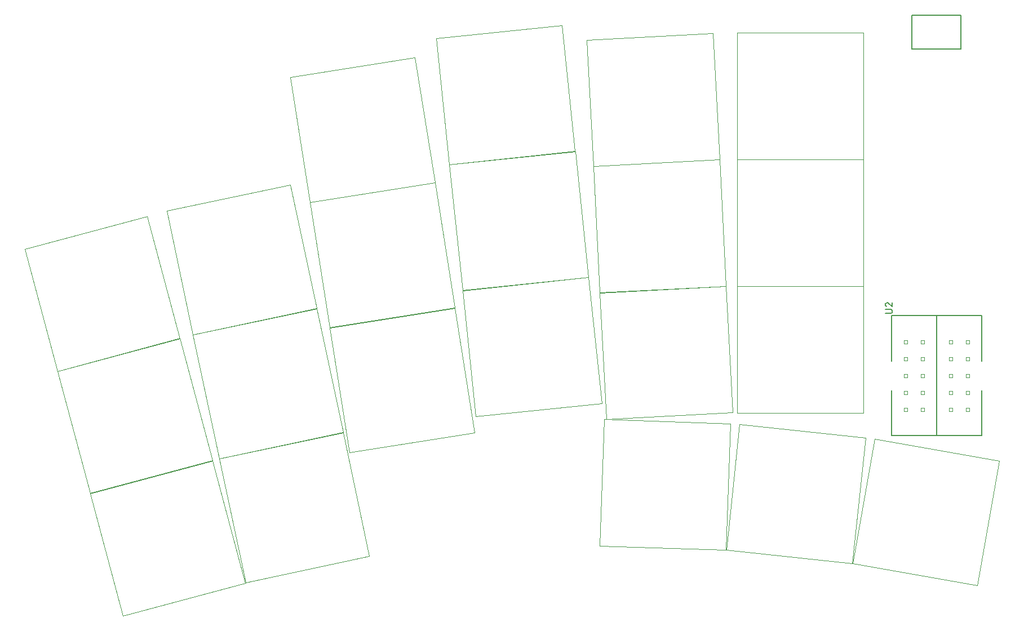
<source format=gbr>
%TF.GenerationSoftware,KiCad,Pcbnew,(6.0.0)*%
%TF.CreationDate,2022-02-05T20:00:46+07:00*%
%TF.ProjectId,kibod-01-mirrored-rev2,6b69626f-642d-4303-912d-6d6972726f72,rev?*%
%TF.SameCoordinates,Original*%
%TF.FileFunction,OtherDrawing,Comment*%
%FSLAX46Y46*%
G04 Gerber Fmt 4.6, Leading zero omitted, Abs format (unit mm)*
G04 Created by KiCad (PCBNEW (6.0.0)) date 2022-02-05 20:00:46*
%MOMM*%
%LPD*%
G01*
G04 APERTURE LIST*
%ADD10C,0.150000*%
%ADD11C,0.120000*%
%ADD12C,0.066040*%
%ADD13C,0.203200*%
%ADD14C,0.200000*%
G04 APERTURE END LIST*
D10*
%TO.C,U2*%
X142066631Y-63445206D02*
X142876155Y-63445206D01*
X142971393Y-63397587D01*
X143019012Y-63349968D01*
X143066631Y-63254730D01*
X143066631Y-63064254D01*
X143019012Y-62969016D01*
X142971393Y-62921397D01*
X142876155Y-62873778D01*
X142066631Y-62873778D01*
X142161870Y-62445206D02*
X142114251Y-62397587D01*
X142066631Y-62302349D01*
X142066631Y-62064254D01*
X142114251Y-61969016D01*
X142161870Y-61921397D01*
X142257108Y-61873778D01*
X142352346Y-61873778D01*
X142495203Y-61921397D01*
X143066631Y-62492825D01*
X143066631Y-61873778D01*
D11*
%TO.C,K-0-0*%
X12744144Y-53857815D02*
X31096734Y-48940253D01*
X36014296Y-67292843D02*
X17661706Y-72210405D01*
X31096734Y-48940253D02*
X36014296Y-67292843D01*
X17661706Y-72210405D02*
X12744144Y-53857815D01*
%TO.C,K-0-1*%
X38003238Y-66658793D02*
X34052916Y-48073989D01*
X52637720Y-44123667D02*
X56588042Y-62708471D01*
X56588042Y-62708471D02*
X38003238Y-66658793D01*
X34052916Y-48073989D02*
X52637720Y-44123667D01*
%TO.C,K-0-2*%
X52603639Y-28014368D02*
X71369718Y-25042113D01*
X55575894Y-46780447D02*
X52603639Y-28014368D01*
X71369718Y-25042113D02*
X74341973Y-43808192D01*
X74341973Y-43808192D02*
X55575894Y-46780447D01*
%TO.C,K-0-3*%
X93436714Y-20200764D02*
X95422754Y-39096680D01*
X74540798Y-22186804D02*
X93436714Y-20200764D01*
X76526838Y-41082720D02*
X74540798Y-22186804D01*
X95422754Y-39096680D02*
X76526838Y-41082720D01*
%TO.C,K-0-4*%
X116119382Y-21370185D02*
X117113765Y-40344146D01*
X98139804Y-41338529D02*
X97145421Y-22364568D01*
X97145421Y-22364568D02*
X116119382Y-21370185D01*
X117113765Y-40344146D02*
X98139804Y-41338529D01*
%TO.C,K-0-5*%
X138734704Y-21314881D02*
X138734704Y-40314881D01*
X119734704Y-40314881D02*
X119734704Y-21314881D01*
X119734704Y-21314881D02*
X138734704Y-21314881D01*
X138734704Y-40314881D02*
X119734704Y-40314881D01*
%TO.C,K-1-0*%
X40935092Y-85582797D02*
X22582502Y-90500359D01*
X36017530Y-67230207D02*
X40935092Y-85582797D01*
X17664940Y-72147769D02*
X36017530Y-67230207D01*
X22582502Y-90500359D02*
X17664940Y-72147769D01*
%TO.C,K-1-1*%
X41963952Y-85292505D02*
X38013630Y-66707701D01*
X60548756Y-81342183D02*
X41963952Y-85292505D01*
X56598434Y-62757379D02*
X60548756Y-81342183D01*
X38013630Y-66707701D02*
X56598434Y-62757379D01*
%TO.C,K-1-2*%
X74349792Y-43857575D02*
X77322047Y-62623654D01*
X55583713Y-46829830D02*
X74349792Y-43857575D01*
X77322047Y-62623654D02*
X58555968Y-65595909D01*
X58555968Y-65595909D02*
X55583713Y-46829830D01*
%TO.C,K-1-3*%
X78518106Y-60028360D02*
X76532066Y-41132444D01*
X95427982Y-39146404D02*
X97414022Y-58042320D01*
X97414022Y-58042320D02*
X78518106Y-60028360D01*
X76532066Y-41132444D02*
X95427982Y-39146404D01*
%TO.C,K-1-4*%
X99136803Y-60362421D02*
X98142420Y-41388460D01*
X98142420Y-41388460D02*
X117116381Y-40394077D01*
X118110764Y-59368038D02*
X99136803Y-60362421D01*
X117116381Y-40394077D02*
X118110764Y-59368038D01*
%TO.C,K-1-5*%
X138734704Y-59364881D02*
X119734704Y-59364881D01*
X119734704Y-40364881D02*
X138734704Y-40364881D01*
X138734704Y-40364881D02*
X138734704Y-59364881D01*
X119734704Y-59364881D02*
X119734704Y-40364881D01*
%TO.C,K-2-0*%
X22595444Y-90548655D02*
X40948034Y-85631093D01*
X40948034Y-85631093D02*
X45865596Y-103983683D01*
X45865596Y-103983683D02*
X27513006Y-108901245D01*
X27513006Y-108901245D02*
X22595444Y-90548655D01*
%TO.C,K-2-1*%
X41974351Y-85341412D02*
X60559155Y-81391090D01*
X60559155Y-81391090D02*
X64509477Y-99975894D01*
X45924673Y-103926216D02*
X41974351Y-85341412D01*
X64509477Y-99975894D02*
X45924673Y-103926216D01*
%TO.C,K-2-2*%
X80302124Y-81439116D02*
X61536045Y-84411371D01*
X77329869Y-62673037D02*
X80302124Y-81439116D01*
X61536045Y-84411371D02*
X58563790Y-65645292D01*
X58563790Y-65645292D02*
X77329869Y-62673037D01*
%TO.C,K-2-3*%
X99405288Y-76987963D02*
X80509372Y-78974003D01*
X78523332Y-60078087D02*
X97419248Y-58092047D01*
X97419248Y-58092047D02*
X99405288Y-76987963D01*
X80509372Y-78974003D02*
X78523332Y-60078087D01*
%TO.C,K-2-4*%
X119107765Y-78391931D02*
X100133804Y-79386314D01*
X100133804Y-79386314D02*
X99139421Y-60412353D01*
X118113382Y-59417970D02*
X119107765Y-78391931D01*
X99139421Y-60412353D02*
X118113382Y-59417970D01*
%TO.C,K-2-5*%
X119734704Y-78414881D02*
X119734704Y-59414881D01*
X138734704Y-78414881D02*
X119734704Y-78414881D01*
X119734704Y-59414881D02*
X138734704Y-59414881D01*
X138734704Y-59414881D02*
X138734704Y-78414881D01*
%TO.C,K-3-3*%
X99752809Y-79409123D02*
X118741235Y-80072213D01*
X99089719Y-98397549D02*
X99752809Y-79409123D01*
X118741235Y-80072213D02*
X118078145Y-99060639D01*
X118078145Y-99060639D02*
X99089719Y-98397549D01*
%TO.C,K-3-4*%
X120139449Y-80165503D02*
X139035365Y-82151543D01*
X118153409Y-99061419D02*
X120139449Y-80165503D01*
X137049325Y-101047459D02*
X118153409Y-99061419D01*
X139035365Y-82151543D02*
X137049325Y-101047459D01*
%TO.C,K-3-5*%
X140431977Y-82374411D02*
X159143324Y-85673726D01*
X159143324Y-85673726D02*
X155844009Y-104385073D01*
X155844009Y-104385073D02*
X137132662Y-101085758D01*
X137132662Y-101085758D02*
X140431977Y-82374411D01*
D12*
%TO.C,J1*%
X144830800Y-73101200D02*
X144830800Y-72593200D01*
D13*
X142956280Y-63847980D02*
X149753320Y-63847980D01*
D12*
X144830800Y-75641200D02*
X145338800Y-75641200D01*
X147370800Y-75133200D02*
X147878800Y-75133200D01*
X145338800Y-75641200D02*
X145338800Y-75133200D01*
D13*
X142956280Y-81846420D02*
X149753320Y-81846420D01*
D12*
X147878800Y-70561200D02*
X147878800Y-70053200D01*
X147370800Y-70561200D02*
X147878800Y-70561200D01*
X144830800Y-70561200D02*
X145338800Y-70561200D01*
X147878800Y-75641200D02*
X147878800Y-75133200D01*
X147878800Y-78181200D02*
X147878800Y-77673200D01*
X147370800Y-68021200D02*
X147878800Y-68021200D01*
D13*
X142956280Y-81846420D02*
X142956280Y-75046840D01*
D12*
X147370800Y-78181200D02*
X147370800Y-77673200D01*
X145338800Y-75641200D02*
X145338800Y-75133200D01*
X147370800Y-75641200D02*
X147878800Y-75641200D01*
X144830800Y-67513200D02*
X145338800Y-67513200D01*
X147370800Y-77673200D02*
X147878800Y-77673200D01*
X147370800Y-73101200D02*
X147878800Y-73101200D01*
X147878800Y-75641200D02*
X147878800Y-75133200D01*
X144830800Y-77673200D02*
X145338800Y-77673200D01*
X145338800Y-73101200D02*
X145338800Y-72593200D01*
X144830800Y-75641200D02*
X144830800Y-75133200D01*
X144830800Y-68021200D02*
X145338800Y-68021200D01*
X144830800Y-70053200D02*
X145338800Y-70053200D01*
X147370800Y-75641200D02*
X147370800Y-75133200D01*
X147370800Y-75641200D02*
X147370800Y-75133200D01*
X147370800Y-72593200D02*
X147878800Y-72593200D01*
X147370800Y-78181200D02*
X147878800Y-78181200D01*
X144830800Y-75641200D02*
X144830800Y-75133200D01*
X144830800Y-75133200D02*
X145338800Y-75133200D01*
X147370800Y-68021200D02*
X147370800Y-67513200D01*
X147370800Y-75641200D02*
X147878800Y-75641200D01*
X144830800Y-78181200D02*
X145338800Y-78181200D01*
X145338800Y-78181200D02*
X145338800Y-77673200D01*
X145338800Y-68021200D02*
X145338800Y-67513200D01*
D13*
X142956280Y-63847980D02*
X142956280Y-70647560D01*
D12*
X147370800Y-70053200D02*
X147878800Y-70053200D01*
X144830800Y-72593200D02*
X145338800Y-72593200D01*
X144830800Y-70561200D02*
X144830800Y-70053200D01*
X147370800Y-70561200D02*
X147370800Y-70053200D01*
X147878800Y-68021200D02*
X147878800Y-67513200D01*
X144830800Y-73101200D02*
X145338800Y-73101200D01*
X147370800Y-75133200D02*
X147878800Y-75133200D01*
X147878800Y-73101200D02*
X147878800Y-72593200D01*
X144830800Y-75133200D02*
X145338800Y-75133200D01*
X144830800Y-78181200D02*
X144830800Y-77673200D01*
X147370800Y-67513200D02*
X147878800Y-67513200D01*
X144830800Y-68021200D02*
X144830800Y-67513200D01*
D13*
X149753320Y-63847980D02*
X149753320Y-81846420D01*
D12*
X145338800Y-70561200D02*
X145338800Y-70053200D01*
X144830800Y-75641200D02*
X145338800Y-75641200D01*
X147370800Y-73101200D02*
X147370800Y-72593200D01*
D14*
%TO.C,U1*%
X145999200Y-18699950D02*
X145999200Y-23779950D01*
X153365200Y-23779950D02*
X153365200Y-18699950D01*
X145999200Y-23779950D02*
X153365200Y-23779950D01*
X153365200Y-18699950D02*
X145999200Y-18699950D01*
D12*
%TO.C,J2*%
X151587200Y-73101200D02*
X151587200Y-72593200D01*
X154635200Y-73101200D02*
X154127200Y-73101200D01*
X152095200Y-68021200D02*
X152095200Y-67513200D01*
X154635200Y-72593200D02*
X154127200Y-72593200D01*
X152095200Y-73101200D02*
X151587200Y-73101200D01*
X152095200Y-67513200D02*
X151587200Y-67513200D01*
X152095200Y-78181200D02*
X152095200Y-77673200D01*
X154635200Y-70561200D02*
X154127200Y-70561200D01*
X152095200Y-68021200D02*
X151587200Y-68021200D01*
X152095200Y-75133200D02*
X151587200Y-75133200D01*
D13*
X156509720Y-63847980D02*
X149712680Y-63847980D01*
D12*
X152095200Y-78181200D02*
X151587200Y-78181200D01*
X154635200Y-75641200D02*
X154635200Y-75133200D01*
X152095200Y-75641200D02*
X151587200Y-75641200D01*
X152095200Y-75133200D02*
X151587200Y-75133200D01*
X154635200Y-68021200D02*
X154127200Y-68021200D01*
X154635200Y-70561200D02*
X154635200Y-70053200D01*
D13*
X156509720Y-81846420D02*
X149712680Y-81846420D01*
D12*
X152095200Y-77673200D02*
X151587200Y-77673200D01*
X154635200Y-68021200D02*
X154635200Y-67513200D01*
X154127200Y-75641200D02*
X154127200Y-75133200D01*
X151587200Y-78181200D02*
X151587200Y-77673200D01*
D13*
X156509720Y-63847980D02*
X156509720Y-70647560D01*
D12*
X154635200Y-75641200D02*
X154127200Y-75641200D01*
X154127200Y-78181200D02*
X154127200Y-77673200D01*
X154127200Y-68021200D02*
X154127200Y-67513200D01*
X151587200Y-68021200D02*
X151587200Y-67513200D01*
X154127200Y-70561200D02*
X154127200Y-70053200D01*
X152095200Y-70053200D02*
X151587200Y-70053200D01*
D13*
X149712680Y-63847980D02*
X149712680Y-81846420D01*
D12*
X154635200Y-75133200D02*
X154127200Y-75133200D01*
X152095200Y-75641200D02*
X152095200Y-75133200D01*
X154127200Y-73101200D02*
X154127200Y-72593200D01*
X152095200Y-70561200D02*
X151587200Y-70561200D01*
X154635200Y-75133200D02*
X154127200Y-75133200D01*
X154635200Y-73101200D02*
X154635200Y-72593200D01*
X154635200Y-77673200D02*
X154127200Y-77673200D01*
X152095200Y-70561200D02*
X152095200Y-70053200D01*
D13*
X156509720Y-81846420D02*
X156509720Y-75046840D01*
D12*
X154635200Y-78181200D02*
X154127200Y-78181200D01*
X154127200Y-75641200D02*
X154127200Y-75133200D01*
X154635200Y-75641200D02*
X154635200Y-75133200D01*
X154635200Y-75641200D02*
X154127200Y-75641200D01*
X152095200Y-72593200D02*
X151587200Y-72593200D01*
X151587200Y-70561200D02*
X151587200Y-70053200D01*
X151587200Y-75641200D02*
X151587200Y-75133200D01*
X151587200Y-75641200D02*
X151587200Y-75133200D01*
X152095200Y-73101200D02*
X152095200Y-72593200D01*
X154635200Y-78181200D02*
X154635200Y-77673200D01*
X152095200Y-75641200D02*
X151587200Y-75641200D01*
X152095200Y-75641200D02*
X152095200Y-75133200D01*
X154635200Y-70053200D02*
X154127200Y-70053200D01*
X154635200Y-67513200D02*
X154127200Y-67513200D01*
%TD*%
M02*

</source>
